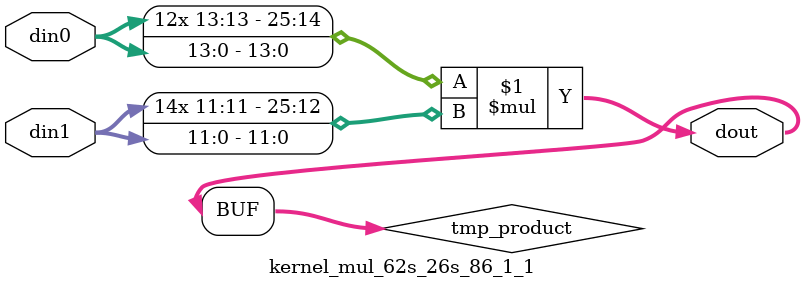
<source format=v>

`timescale 1 ns / 1 ps

  module kernel_mul_62s_26s_86_1_1(din0, din1, dout);
parameter ID = 1;
parameter NUM_STAGE = 0;
parameter din0_WIDTH = 14;
parameter din1_WIDTH = 12;
parameter dout_WIDTH = 26;

input [din0_WIDTH - 1 : 0] din0; 
input [din1_WIDTH - 1 : 0] din1; 
output [dout_WIDTH - 1 : 0] dout;

wire signed [dout_WIDTH - 1 : 0] tmp_product;













assign tmp_product = $signed(din0) * $signed(din1);








assign dout = tmp_product;







endmodule

</source>
